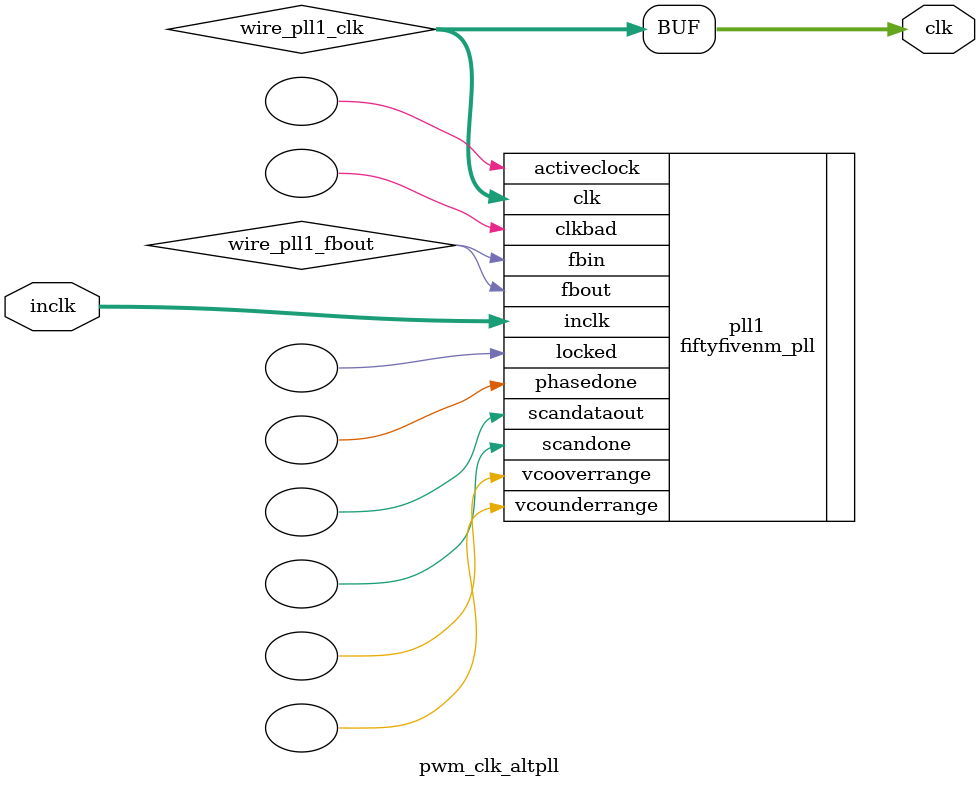
<source format=v>






//synthesis_resources = fiftyfivenm_pll 1 
//synopsys translate_off
`timescale 1 ps / 1 ps
//synopsys translate_on
module  pwm_clk_altpll
	( 
	clk,
	inclk) /* synthesis synthesis_clearbox=1 */;
	output   [4:0]  clk;
	input   [1:0]  inclk;
`ifndef ALTERA_RESERVED_QIS
// synopsys translate_off
`endif
	tri0   [1:0]  inclk;
`ifndef ALTERA_RESERVED_QIS
// synopsys translate_on
`endif

	wire  [4:0]   wire_pll1_clk;
	wire  wire_pll1_fbout;

	fiftyfivenm_pll   pll1
	( 
	.activeclock(),
	.clk(wire_pll1_clk),
	.clkbad(),
	.fbin(wire_pll1_fbout),
	.fbout(wire_pll1_fbout),
	.inclk(inclk),
	.locked(),
	.phasedone(),
	.scandataout(),
	.scandone(),
	.vcooverrange(),
	.vcounderrange()
	`ifndef FORMAL_VERIFICATION
	// synopsys translate_off
	`endif
	,
	.areset(1'b0),
	.clkswitch(1'b0),
	.configupdate(1'b0),
	.pfdena(1'b1),
	.phasecounterselect({3{1'b0}}),
	.phasestep(1'b0),
	.phaseupdown(1'b0),
	.scanclk(1'b0),
	.scanclkena(1'b1),
	.scandata(1'b0)
	`ifndef FORMAL_VERIFICATION
	// synopsys translate_on
	`endif
	);
	defparam
		pll1.bandwidth_type = "auto",
		pll1.clk0_divide_by = 3052,
		pll1.clk0_duty_cycle = 50,
		pll1.clk0_multiply_by = 5,
		pll1.clk0_phase_shift = "0",
		pll1.compensate_clock = "clk0",
		pll1.inclk0_input_frequency = 100000,
		pll1.operation_mode = "normal",
		pll1.pll_type = "auto",
		pll1.lpm_type = "fiftyfivenm_pll";
	assign
		clk = {wire_pll1_clk[4:0]};
endmodule //pwm_clk_altpll
//VALID FILE

</source>
